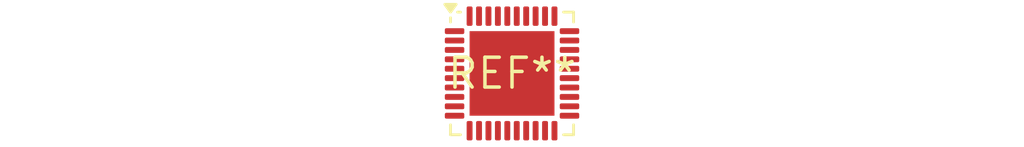
<source format=kicad_pcb>
(kicad_pcb (version 20240108) (generator pcbnew)
  (layers (0 "F.Cu" signal) (31 "B.Cu" signal) (34 "B.Paste" user) (35 "F.Paste" user) (36 "B.SilkS" user "B.Silkscreen") (37 "F.SilkS" user "F.Silkscreen") (38 "B.Mask" user) (39 "F.Mask" user) (44 "Edge.Cuts" user))
  (net 0 "")
  (footprint "QFN-40-1EP_5x5mm_P0.4mm_EP3.6x3.6mm" (layer "F.Cu") (at 0 0)
    (property "Reference" "REF**")
    (property "Value" "QFN-40-1EP_5x5mm_P0.4mm_EP3.6x3.6mm")
    (fp_line (start -2.61 -2.185) (end -2.61 -2.37) (layer "F.SilkS") (stroke (width 0.12)))
    (fp_line (start -2.61 2.61) (end -2.61 2.185) (layer "F.SilkS") (stroke (width 0.12)))
    (fp_line (start -2.185 -2.61) (end -2.31 -2.61) (layer "F.SilkS") (stroke (width 0.12)))
    (fp_line (start -2.185 2.61) (end -2.61 2.61) (layer "F.SilkS") (stroke (width 0.12)))
    (fp_line (start 2.185 -2.61) (end 2.61 -2.61) (layer "F.SilkS") (stroke (width 0.12)))
    (fp_line (start 2.185 2.61) (end 2.61 2.61) (layer "F.SilkS") (stroke (width 0.12)))
    (fp_line (start 2.61 -2.61) (end 2.61 -2.185) (layer "F.SilkS") (stroke (width 0.12)))
    (fp_line (start 2.61 2.61) (end 2.61 2.185) (layer "F.SilkS") (stroke (width 0.12)))
    (fp_poly (pts (xy -2.61 -2.61) (xy -2.85 -2.94) (xy -2.37 -2.94) (xy -2.61 -2.61)) (layer "F.SilkS") (stroke (width 0.12)) (fill solid))
    (pad "1" smd roundrect (at -2.4375 -1.8) (size 0.825 0.25) (layers "F.Cu" "F.Paste" "F.Mask"))
    (pad "2" smd roundrect (at -2.4375 -1.4) (size 0.825 0.25) (layers "F.Cu" "F.Paste" "F.Mask"))
    (pad "3" smd roundrect (at -2.4375 -1) (size 0.825 0.25) (layers "F.Cu" "F.Paste" "F.Mask"))
    (pad "4" smd roundrect (at -2.4375 -0.6) (size 0.825 0.25) (layers "F.Cu" "F.Paste" "F.Mask"))
    (pad "5" smd roundrect (at -2.4375 -0.2) (size 0.825 0.25) (layers "F.Cu" "F.Paste" "F.Mask"))
    (pad "6" smd roundrect (at -2.4375 0.2) (size 0.825 0.25) (layers "F.Cu" "F.Paste" "F.Mask"))
    (pad "7" smd roundrect (at -2.4375 0.6) (size 0.825 0.25) (layers "F.Cu" "F.Paste" "F.Mask"))
    (pad "8" smd roundrect (at -2.4375 1) (size 0.825 0.25) (layers "F.Cu" "F.Paste" "F.Mask"))
    (pad "9" smd roundrect (at -2.4375 1.4) (size 0.825 0.25) (layers "F.Cu" "F.Paste" "F.Mask"))
    (pad "10" smd roundrect (at -2.4375 1.8) (size 0.825 0.25) (layers "F.Cu" "F.Paste" "F.Mask"))
    (pad "11" smd roundrect (at -1.8 2.4375) (size 0.25 0.825) (layers "F.Cu" "F.Paste" "F.Mask"))
    (pad "12" smd roundrect (at -1.4 2.4375) (size 0.25 0.825) (layers "F.Cu" "F.Paste" "F.Mask"))
    (pad "13" smd roundrect (at -1 2.4375) (size 0.25 0.825) (layers "F.Cu" "F.Paste" "F.Mask"))
    (pad "14" smd roundrect (at -0.6 2.4375) (size 0.25 0.825) (layers "F.Cu" "F.Paste" "F.Mask"))
    (pad "15" smd roundrect (at -0.2 2.4375) (size 0.25 0.825) (layers "F.Cu" "F.Paste" "F.Mask"))
    (pad "16" smd roundrect (at 0.2 2.4375) (size 0.25 0.825) (layers "F.Cu" "F.Paste" "F.Mask"))
    (pad "17" smd roundrect (at 0.6 2.4375) (size 0.25 0.825) (layers "F.Cu" "F.Paste" "F.Mask"))
    (pad "18" smd roundrect (at 1 2.4375) (size 0.25 0.825) (layers "F.Cu" "F.Paste" "F.Mask"))
    (pad "19" smd roundrect (at 1.4 2.4375) (size 0.25 0.825) (layers "F.Cu" "F.Paste" "F.Mask"))
    (pad "20" smd roundrect (at 1.8 2.4375) (size 0.25 0.825) (layers "F.Cu" "F.Paste" "F.Mask"))
    (pad "21" smd roundrect (at 2.4375 1.8) (size 0.825 0.25) (layers "F.Cu" "F.Paste" "F.Mask"))
    (pad "22" smd roundrect (at 2.4375 1.4) (size 0.825 0.25) (layers "F.Cu" "F.Paste" "F.Mask"))
    (pad "23" smd roundrect (at 2.4375 1) (size 0.825 0.25) (layers "F.Cu" "F.Paste" "F.Mask"))
    (pad "24" smd roundrect (at 2.4375 0.6) (size 0.825 0.25) (layers "F.Cu" "F.Paste" "F.Mask"))
    (pad "25" smd roundrect (at 2.4375 0.2) (size 0.825 0.25) (layers "F.Cu" "F.Paste" "F.Mask"))
    (pad "26" smd roundrect (at 2.4375 -0.2) (size 0.825 0.25) (layers "F.Cu" "F.Paste" "F.Mask"))
    (pad "27" smd roundrect (at 2.4375 -0.6) (size 0.825 0.25) (layers "F.Cu" "F.Paste" "F.Mask"))
    (pad "28" smd roundrect (at 2.4375 -1) (size 0.825 0.25) (layers "F.Cu" "F.Paste" "F.Mask"))
    (pad "29" smd roundrect (at 2.4375 -1.4) (size 0.825 0.25) (layers "F.Cu" "F.Paste" "F.Mask"))
    (pad "30" smd roundrect (at 2.4375 -1.8) (size 0.825 0.25) (layers "F.Cu" "F.Paste" "F.Mask"))
    (pad "31" smd roundrect (at 1.8 -2.4375) (size 0.25 0.825) (layers "F.Cu" "F.Paste" "F.Mask"))
    (pad "32" smd roundrect (at 1.4 -2.4375) (size 0.25 0.825) (layers "F.Cu" "F.Paste" "F.Mask"))
    (pad "33" smd roundrect (at 1 -2.4375) (size 0.25 0.825) (layers "F.Cu" "F.Paste" "F.Mask"))
    (pad "34" smd roundrect (at 0.6 -2.4375) (size 0.25 0.825) (layers "F.Cu" "F.Paste" "F.Mask"))
    (pad "35" smd roundrect (at 0.2 -2.4375) (size 0.25 0.825) (layers "F.Cu" "F.Paste" "F.Mask"))
    (pad "36" smd roundrect (at -0.2 -2.4375) (size 0.25 0.825) (layers "F.Cu" "F.Paste" "F.Mask"))
    (pad "37" smd roundrect (at -0.6 -2.4375) (size 0.25 0.825) (layers "F.Cu" "F.Paste" "F.Mask"))
    (pad "38" smd roundrect (at -1 -2.4375) (size 0.25 0.825) (layers "F.Cu" "F.Paste" "F.Mask"))
    (pad "39" smd roundrect (at -1.4 -2.4375) (size 0.25 0.825) (layers "F.Cu" "F.Paste" "F.Mask"))
    (pad "40" smd roundrect (at -1.8 -2.4375) (size 0.25 0.825) (layers "F.Cu" "F.Paste" "F.Mask"))
    (pad "41" smd rect (at 0 0) (size 3.6 3.6) (property pad_prop_heatsink) (layers "F.Cu" "F.Mask"))
  )
)
</source>
